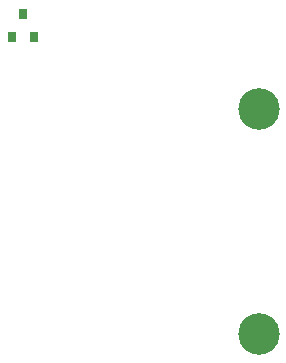
<source format=gtp>
G04 MADE WITH FRITZING*
G04 WWW.FRITZING.ORG*
G04 DOUBLE SIDED*
G04 HOLES PLATED*
G04 CONTOUR ON CENTER OF CONTOUR VECTOR*
%ASAXBY*%
%FSLAX23Y23*%
%MOIN*%
%OFA0B0*%
%SFA1.0B1.0*%
%ADD10C,0.138425*%
%ADD11R,0.031496X0.035433*%
%ADD12R,0.001000X0.001000*%
%LNPASTEMASK1*%
G90*
G70*
G54D10*
X2456Y931D03*
X2456Y181D03*
G54D11*
X1632Y1168D03*
X1707Y1168D03*
X1669Y1246D03*
G54D12*
D02*
G04 End of PasteMask1*
M02*
</source>
